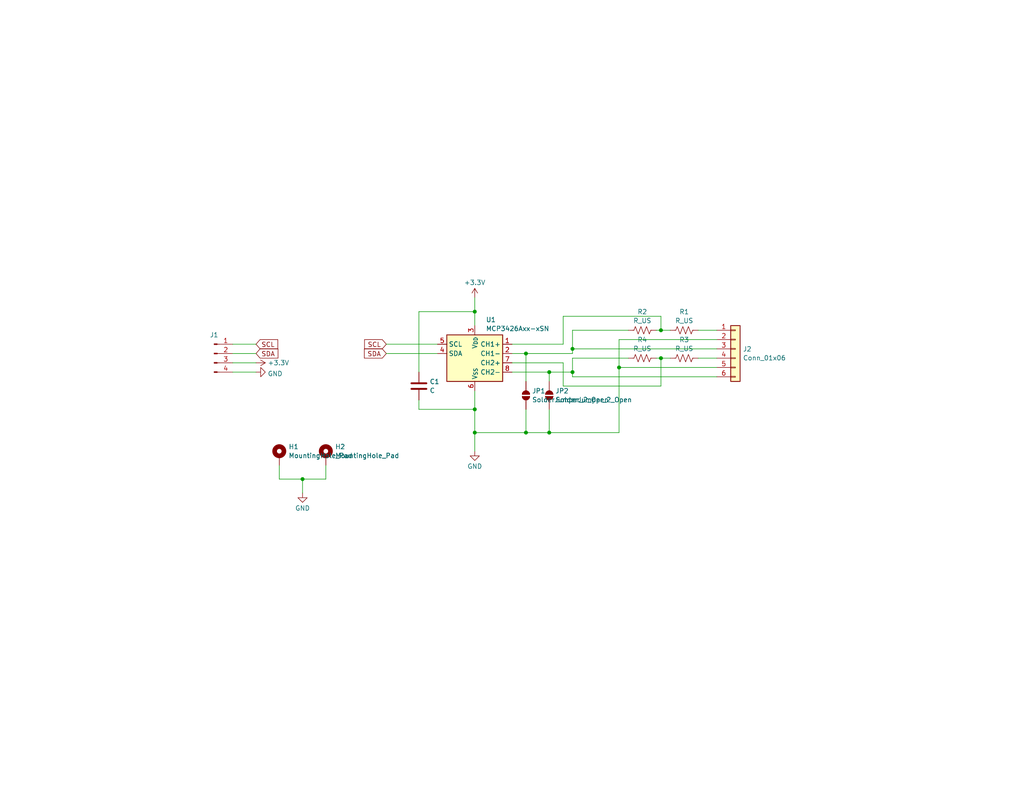
<source format=kicad_sch>
(kicad_sch (version 20231120) (generator "eeschema") (generator_version "8.0")
  (paper "A")
  (title_block (title "MCP4326 Breakout") (date "2024-05-08") (rev "1.0"))
  (lib_symbols
    (symbol "Analog_ADC:MCP3426Axx-xSN"
      (property "Reference" "U" (at -6.35 8.89 0))
      (property "Value" "MCP3426Axx-xSN" (at 1.27 8.89 0))
      (symbol "MCP3426Axx-xSN_0_1"
        (rectangle (start -7.62 7.62) (end 7.62 -5.08) (stroke (width 0.254)) (fill (type background)))
      )
      (symbol "MCP3426Axx-xSN_1_1"
        (pin input line (at -10.16 5.08 0) (length 2.54) (name "CH1+") (number "1"))
        (pin input line (at -10.16 2.54 0) (length 2.54) (name "CH1-") (number "2"))
        (pin power_in line (at 0 10.16 270) (length 2.54) (name "V_{DD}") (number "3"))
        (pin bidirectional line (at 10.16 2.54 180) (length 2.54) (name "SDA") (number "4"))
        (pin input line (at 10.16 5.08 180) (length 2.54) (name "SCL") (number "5"))
        (pin power_in line (at 0 -7.62 90) (length 2.54) (name "V_{SS}") (number "6"))
        (pin input line (at -10.16 0 0) (length 2.54) (name "CH2+") (number "7"))
        (pin input line (at -10.16 -2.54 0) (length 2.54) (name "CH2-") (number "8"))
      )
    )
    (symbol "Connector:Conn_01x04_Male" (pin_names (offset 1.016) hide)
      (property "Reference" "J" (at 0 5.08 0))
      (property "Value" "Conn_01x04_Male" (at 0 -7.62 0))
      (symbol "Conn_01x04_Male_1_1"
        (polyline (pts (xy 1.27 -5.08) (xy 0.8636 -5.08)) (stroke (width 0.1524)))
        (polyline (pts (xy 1.27 -2.54) (xy 0.8636 -2.54)) (stroke (width 0.1524)))
        (polyline (pts (xy 1.27 0) (xy 0.8636 0)) (stroke (width 0.1524)))
        (polyline (pts (xy 1.27 2.54) (xy 0.8636 2.54)) (stroke (width 0.1524)))
        (rectangle (start 0.8636 -4.953) (end 0 -5.207) (stroke (width 0.1524)) (fill (type outline)))
        (rectangle (start 0.8636 -2.413) (end 0 -2.667) (stroke (width 0.1524)) (fill (type outline)))
        (rectangle (start 0.8636 0.127) (end 0 -0.127) (stroke (width 0.1524)) (fill (type outline)))
        (rectangle (start 0.8636 2.667) (end 0 2.413) (stroke (width 0.1524)) (fill (type outline)))
        (pin passive line (at 5.08 2.54 180) (length 3.81) (name "Pin_1") (number "1"))
        (pin passive line (at 5.08 0 180) (length 3.81) (name "Pin_2") (number "2"))
        (pin passive line (at 5.08 -2.54 180) (length 3.81) (name "Pin_3") (number "3"))
        (pin passive line (at 5.08 -5.08 180) (length 3.81) (name "Pin_4") (number "4"))
      )
    )
    (symbol "Connector_Generic:Conn_01x06" (pin_names (offset 1.016) hide)
      (property "Reference" "J" (at 0 7.62 0))
      (property "Value" "Conn_01x06" (at 0 -10.16 0))
      (symbol "Conn_01x06_1_1"
        (rectangle (start -1.27 -7.493) (end 0 -7.747) (stroke (width 0.1524)))
        (rectangle (start -1.27 -4.953) (end 0 -5.207) (stroke (width 0.1524)))
        (rectangle (start -1.27 -2.413) (end 0 -2.667) (stroke (width 0.1524)))
        (rectangle (start -1.27 0.127) (end 0 -0.127) (stroke (width 0.1524)))
        (rectangle (start -1.27 2.667) (end 0 2.413) (stroke (width 0.1524)))
        (rectangle (start -1.27 5.207) (end 0 4.953) (stroke (width 0.1524)))
        (rectangle (start -1.27 6.35) (end 1.27 -8.89) (stroke (width 0.254)) (fill (type background)))
        (pin passive line (at -5.08 5.08 0) (length 3.81) (name "Pin_1") (number "1"))
        (pin passive line (at -5.08 2.54 0) (length 3.81) (name "Pin_2") (number "2"))
        (pin passive line (at -5.08 0 0) (length 3.81) (name "Pin_3") (number "3"))
        (pin passive line (at -5.08 -2.54 0) (length 3.81) (name "Pin_4") (number "4"))
        (pin passive line (at -5.08 -5.08 0) (length 3.81) (name "Pin_5") (number "5"))
        (pin passive line (at -5.08 -7.62 0) (length 3.81) (name "Pin_6") (number "6"))
      )
    )
    (symbol "Device:C" (pin_numbers hide) (pin_names (offset 0.254))
      (property "Reference" "C" (at 0.635 2.54 0))
      (property "Value" "C" (at 0.635 -2.54 0))
      (symbol "C_0_1"
        (polyline (pts (xy -2.032 -0.762) (xy 2.032 -0.762)) (stroke (width 0.508)))
        (polyline (pts (xy -2.032 0.762) (xy 2.032 0.762)) (stroke (width 0.508)))
      )
      (symbol "C_1_1"
        (pin passive line (at 0 3.81 270) (length 2.794) (name "~") (number "1"))
        (pin passive line (at 0 -3.81 90) (length 2.794) (name "~") (number "2"))
      )
    )
    (symbol "Device:R_US" (pin_numbers hide) (pin_names (offset 0))
      (property "Reference" "R" (at 2.54 0 90))
      (property "Value" "R_US" (at -2.54 0 90))
      (symbol "R_US_0_1"
        (polyline (pts (xy 0 -2.286) (xy 0 -2.54)))
        (polyline (pts (xy 0 2.286) (xy 0 2.54)))
        (polyline (pts (xy 0 -0.762) (xy 1.016 -1.143) (xy 0 -1.524) (xy -1.016 -1.905) (xy 0 -2.286)))
        (polyline (pts (xy 0 0.762) (xy 1.016 0.381) (xy 0 0) (xy -1.016 -0.381) (xy 0 -0.762)))
        (polyline (pts (xy 0 2.286) (xy 1.016 1.905) (xy 0 1.524) (xy -1.016 1.143) (xy 0 0.762)))
      )
      (symbol "R_US_1_1"
        (pin passive line (at 0 3.81 270) (length 1.27) (name "~") (number "1"))
        (pin passive line (at 0 -3.81 90) (length 1.27) (name "~") (number "2"))
      )
    )
    (symbol "Jumper:SolderJumper_2_Open" (pin_numbers hide) (pin_names (offset 0) hide) (exclude_from_sim yes) (in_bom no)
      (property "Reference" "JP" (at 0 2.032 0))
      (property "Value" "SolderJumper_2_Open" (at 0 -2.54 0))
      (symbol "SolderJumper_2_Open_0_1"
        (arc (start -0.254 1.016) (mid -1.2656 0) (end -0.254 -1.016))
        (arc (start -0.254 1.016) (mid -1.2656 0) (end -0.254 -1.016) (fill (type outline)))
        (polyline (pts (xy -0.254 1.016) (xy -0.254 -1.016)))
        (polyline (pts (xy 0.254 1.016) (xy 0.254 -1.016)))
        (arc (start 0.254 -1.016) (mid 1.2656 0) (end 0.254 1.016))
        (arc (start 0.254 -1.016) (mid 1.2656 0) (end 0.254 1.016) (fill (type outline)))
      )
      (symbol "SolderJumper_2_Open_1_1"
        (pin passive line (at -3.81 0 0) (length 2.54) (name "A") (number "1"))
        (pin passive line (at 3.81 0 180) (length 2.54) (name "B") (number "2"))
      )
    )
    (symbol "Mechanical:MountingHole_Pad" (pin_numbers hide) (pin_names (offset 1.016) hide) (exclude_from_sim yes) (in_bom no)
      (property "Reference" "H" (at 0 6.35 0))
      (property "Value" "MountingHole_Pad" (at 0 4.445 0))
      (symbol "MountingHole_Pad_0_1"
        (circle (center 0 1.27) (radius 1.27) (stroke (width 1.27)))
      )
      (symbol "MountingHole_Pad_1_1"
        (pin input line (at 0 -2.54 90) (length 2.54) (name "1") (number "1"))
      )
    )
    (symbol "power:+3.3V" (power) (pin_names (offset 0))
      (property "Value" "+3.3V" (at 0 3.556 0))
      (symbol "+3.3V_0_1"
        (polyline (pts (xy -0.762 1.27) (xy 0 2.54)))
        (polyline (pts (xy 0 0) (xy 0 2.54)))
        (polyline (pts (xy 0 2.54) (xy 0.762 1.27)))
      )
      (symbol "+3.3V_1_1"
        (pin power_in line (at 0 0 90) (length 0) hide (name "+3.3V") (number "1"))
      )
    )
    (symbol "power:GND" (power) (pin_names (offset 0))
      (property "Value" "GND" (at 0 -3.81 0))
      (symbol "GND_0_1"
        (polyline (pts (xy 0 0) (xy 0 -1.27) (xy 1.27 -1.27) (xy 0 -2.54) (xy -1.27 -1.27) (xy 0 -1.27)))
      )
      (symbol "GND_1_1"
        (pin power_in line (at 0 0 270) (length 0) hide (name "GND") (number "1"))
      )
    )
  )
  (junction (at 149.86 118.11))
  (junction (at 129.54 118.11))
  (junction (at 82.55 130.81))
  (junction (at 129.54 85.09))
  (junction (at 143.51 96.52))
  (junction (at 129.54 111.76))
  (junction (at 143.51 118.11))
  (junction (at 180.34 97.79))
  (junction (at 180.34 90.17))
  (junction (at 168.91 100.33))
  (junction (at 149.86 101.6))
  (junction (at 156.21 95.25))
  (junction (at 156.21 101.6))
  (wire (pts (xy 63.5 93.98) (xy 69.85 93.98)))
  (wire (pts (xy 153.67 93.98) (xy 153.67 86.36)))
  (wire (pts (xy 156.21 95.25) (xy 156.21 96.52)))
  (wire (pts (xy 179.07 97.79) (xy 180.34 97.79)))
  (wire (pts (xy 63.5 101.6) (xy 69.85 101.6)))
  (wire (pts (xy 114.3 111.76) (xy 129.54 111.76)))
  (wire (pts (xy 149.86 101.6) (xy 149.86 104.14)))
  (wire (pts (xy 195.58 92.71) (xy 168.91 92.71)))
  (wire (pts (xy 139.7 96.52) (xy 143.51 96.52)))
  (wire (pts (xy 129.54 81.28) (xy 129.54 85.09)))
  (wire (pts (xy 129.54 106.68) (xy 129.54 111.76)))
  (wire (pts (xy 180.34 90.17) (xy 182.88 90.17)))
  (wire (pts (xy 129.54 85.09) (xy 129.54 88.9)))
  (wire (pts (xy 168.91 100.33) (xy 195.58 100.33)))
  (wire (pts (xy 153.67 105.41) (xy 180.34 105.41)))
  (wire (pts (xy 149.86 101.6) (xy 139.7 101.6)))
  (wire (pts (xy 114.3 101.6) (xy 114.3 85.09)))
  (wire (pts (xy 149.86 111.76) (xy 149.86 118.11)))
  (wire (pts (xy 139.7 99.06) (xy 153.67 99.06)))
  (wire (pts (xy 156.21 101.6) (xy 149.86 101.6)))
  (wire (pts (xy 195.58 102.87) (xy 156.21 102.87)))
  (wire (pts (xy 139.7 93.98) (xy 153.67 93.98)))
  (wire (pts (xy 63.5 96.52) (xy 69.85 96.52)))
  (wire (pts (xy 119.38 96.52) (xy 105.41 96.52)))
  (wire (pts (xy 156.21 90.17) (xy 156.21 95.25)))
  (wire (pts (xy 156.21 102.87) (xy 156.21 101.6)))
  (wire (pts (xy 119.38 93.98) (xy 105.41 93.98)))
  (wire (pts (xy 168.91 92.71) (xy 168.91 100.33)))
  (wire (pts (xy 179.07 90.17) (xy 180.34 90.17)))
  (wire (pts (xy 114.3 109.22) (xy 114.3 111.76)))
  (wire (pts (xy 190.5 97.79) (xy 195.58 97.79)))
  (wire (pts (xy 114.3 85.09) (xy 129.54 85.09)))
  (wire (pts (xy 153.67 99.06) (xy 153.67 105.41)))
  (wire (pts (xy 76.2 127) (xy 76.2 130.81)))
  (wire (pts (xy 168.91 118.11) (xy 149.86 118.11)))
  (wire (pts (xy 143.51 96.52) (xy 143.51 104.14)))
  (wire (pts (xy 180.34 97.79) (xy 180.34 105.41)))
  (wire (pts (xy 88.9 130.81) (xy 88.9 127)))
  (wire (pts (xy 168.91 100.33) (xy 168.91 118.11)))
  (wire (pts (xy 143.51 118.11) (xy 129.54 118.11)))
  (wire (pts (xy 76.2 130.81) (xy 82.55 130.81)))
  (wire (pts (xy 171.45 90.17) (xy 156.21 90.17)))
  (wire (pts (xy 149.86 118.11) (xy 143.51 118.11)))
  (wire (pts (xy 180.34 97.79) (xy 182.88 97.79)))
  (wire (pts (xy 82.55 130.81) (xy 88.9 130.81)))
  (wire (pts (xy 156.21 95.25) (xy 195.58 95.25)))
  (wire (pts (xy 156.21 97.79) (xy 156.21 101.6)))
  (wire (pts (xy 143.51 111.76) (xy 143.51 118.11)))
  (wire (pts (xy 156.21 97.79) (xy 171.45 97.79)))
  (wire (pts (xy 143.51 96.52) (xy 156.21 96.52)))
  (wire (pts (xy 63.5 99.06) (xy 69.85 99.06)))
  (wire (pts (xy 82.55 130.81) (xy 82.55 134.62)))
  (wire (pts (xy 180.34 86.36) (xy 180.34 90.17)))
  (wire (pts (xy 129.54 118.11) (xy 129.54 123.19)))
  (wire (pts (xy 129.54 118.11) (xy 129.54 111.76)))
  (wire (pts (xy 153.67 86.36) (xy 180.34 86.36)))
  (wire (pts (xy 190.5 90.17) (xy 195.58 90.17)))
  (global_label "SDA" (shape input) (at 69.85 96.52 0) (property "Intersheetrefs" "${INTERSHEET_REFS}" (effects (hide yes))))
  (global_label "SCL" (shape input) (at 105.41 93.98 180) (property "Intersheetrefs" "${INTERSHEET_REFS}" (effects (hide yes))))
  (global_label "SDA" (shape input) (at 105.41 96.52 180) (property "Intersheetrefs" "${INTERSHEET_REFS}" (effects (hide yes))))
  (global_label "SCL" (shape input) (at 69.85 93.98 0) (property "Intersheetrefs" "${INTERSHEET_REFS}" (effects (hide yes))))
  (symbol (lib_id "Mechanical:MountingHole_Pad") (at 76.2 124.46 0) (unit 1) (exclude_from_sim yes) (in_bom no)
    (property "Reference" "H1" (at 78.74 121.9778 0) (effects (justify left)))
    (property "Value" "MountingHole_Pad" (at 78.74 124.4021 0) (effects (justify left)))
    (property "Footprint" "MountingHole:MountingHole_3.2mm_M3_Pad" (effects (hide yes)))
    (property "Description" "Mounting Hole with connection" (effects (hide yes)))
  )
  (symbol (lib_id "power:+3.3V") (at 129.54 81.28 0) (unit 1)
    (property "Reference" "#PWR03" (effects (hide yes)))
    (property "Value" "+3.3V" (at 129.54 77.1469 0))
  )
  (symbol (lib_id "Device:R_US") (at 186.69 90.17 90) (unit 1)
    (property "Reference" "R1" (at 186.69 85.1365 90))
    (property "Value" "R_US" (at 186.69 87.5608 90))
    (property "Footprint" "Resistor_SMD:R_0805_2012Metric_Pad1.20x1.40mm_HandSolder" (effects (hide yes)))
    (property "Description" "Resistor, US symbol" (effects (hide yes)))
  )
  (symbol (lib_id "Device:R_US") (at 175.26 97.79 90) (unit 1)
    (property "Reference" "R4" (at 175.26 92.7565 90))
    (property "Value" "R_US" (at 175.26 95.1808 90))
    (property "Footprint" "Resistor_SMD:R_0805_2012Metric_Pad1.20x1.40mm_HandSolder" (effects (hide yes)))
    (property "Description" "Resistor, US symbol" (effects (hide yes)))
  )
  (symbol (lib_id "Device:R_US") (at 186.69 97.79 90) (unit 1)
    (property "Reference" "R3" (at 186.69 92.7565 90))
    (property "Value" "R_US" (at 186.69 95.1808 90))
    (property "Footprint" "Resistor_SMD:R_0805_2012Metric_Pad1.20x1.40mm_HandSolder" (effects (hide yes)))
    (property "Description" "Resistor, US symbol" (effects (hide yes)))
  )
  (symbol (lib_id "power:GND") (at 129.54 123.19 0) (unit 1)
    (property "Reference" "#PWR04" (effects (hide yes)))
    (property "Value" "GND" (at 129.54 127.3231 0))
  )
  (symbol (lib_id "Mechanical:MountingHole_Pad") (at 88.9 124.46 0) (unit 1) (exclude_from_sim yes) (in_bom no)
    (property "Reference" "H2" (at 91.44 121.9778 0) (effects (justify left)))
    (property "Value" "MountingHole_Pad" (at 91.44 124.4021 0) (effects (justify left)))
    (property "Footprint" "MountingHole:MountingHole_3.2mm_M3_Pad" (effects (hide yes)))
    (property "Description" "Mounting Hole with connection" (effects (hide yes)))
  )
  (symbol (lib_id "power:GND") (at 69.85 101.6 90) (unit 1)
    (property "Reference" "#PWR02" (effects (hide yes)))
    (property "Value" "GND" (at 73.025 102.0338 90) (effects (justify right)))
  )
  (symbol (lib_id "power:GND") (at 82.55 134.62 0) (unit 1)
    (property "Reference" "#PWR05" (effects (hide yes)))
    (property "Value" "GND" (at 82.55 138.7531 0))
  )
  (symbol (lib_id "Device:R_US") (at 175.26 90.17 90) (unit 1)
    (property "Reference" "R2" (at 175.26 85.1365 90))
    (property "Value" "R_US" (at 175.26 87.5608 90))
    (property "Footprint" "Resistor_SMD:R_0805_2012Metric_Pad1.20x1.40mm_HandSolder" (effects (hide yes)))
    (property "Description" "Resistor, US symbol" (effects (hide yes)))
  )
  (symbol (lib_id "Jumper:SolderJumper_2_Open") (at 143.51 107.95 90) (unit 1) (exclude_from_sim yes) (in_bom no)
    (property "Reference" "JP1" (at 145.161 106.7378 90) (effects (justify right)))
    (property "Value" "SolderJumper_2_Open" (at 145.161 109.1621 90) (effects (justify right)))
    (property "Footprint" "Jumper:SolderJumper-2_P1.3mm_Open_RoundedPad1.0x1.5mm" (effects (hide yes)))
    (property "Description" "Solder Jumper, 2-pole, open" (effects (hide yes)))
  )
  (symbol (lib_id "power:+3.3V") (at 69.85 99.06 270) (unit 1)
    (property "Reference" "#PWR01" (effects (hide yes)))
    (property "Value" "+3.3V" (at 73.025 99.06 90) (effects (justify left)))
  )
  (symbol (lib_id "Connector_Generic:Conn_01x06") (at 200.66 95.25 0) (unit 1)
    (property "Reference" "J2" (at 202.692 95.3078 0) (effects (justify left)))
    (property "Value" "Conn_01x06" (at 202.692 97.7321 0) (effects (justify left)))
    (property "Footprint" "TerminalBlock_TE-Connectivity:TerminalBlock_TE_282834-6_1x06_P2.54mm_Horizontal" (effects (hide yes)))
    (property "Description" "Generic connector, single row, 01x06, script generated (kicad-library-utils/schlib/autogen/connector/)" (effects (hide yes)))
  )
  (symbol (lib_id "Analog_ADC:MCP3426Axx-xSN") (at 129.54 99.06 0) (mirror y) (unit 1)
    (property "Reference" "U1" (at 132.5565 87.2955 0) (effects (justify right)))
    (property "Value" "MCP3426Axx-xSN" (at 132.5565 89.7198 0) (effects (justify right)))
    (property "Footprint" "Package_SO:SOIC-8_3.9x4.9mm_P1.27mm" (effects (hide yes)))
    (property "Datasheet" "http://ww1.microchip.com/downloads/en/DeviceDoc/22226a.pdf" (effects (hide yes)))
    (property "Description" "16-Bit, Multi-Channel ΔΣ Analog-to-Digital Converter with I2C Interface and On-Board Reference, SOIC-8" (effects (hide yes)))
  )
  (symbol (lib_id "Jumper:SolderJumper_2_Open") (at 149.86 107.95 90) (unit 1) (exclude_from_sim yes) (in_bom no)
    (property "Reference" "JP2" (at 151.511 106.7378 90) (effects (justify right)))
    (property "Value" "SolderJumper_2_Open" (at 151.511 109.1621 90) (effects (justify right)))
    (property "Footprint" "Jumper:SolderJumper-2_P1.3mm_Open_RoundedPad1.0x1.5mm" (effects (hide yes)))
    (property "Description" "Solder Jumper, 2-pole, open" (effects (hide yes)))
  )
  (symbol (lib_id "Device:C") (at 114.3 105.41 0) (unit 1)
    (property "Reference" "C1" (at 117.221 104.1978 0) (effects (justify left)))
    (property "Value" "C" (at 117.221 106.6221 0) (effects (justify left)))
    (property "Footprint" "Capacitor_SMD:C_1210_3225Metric_Pad1.33x2.70mm_HandSolder" (effects (hide yes)))
    (property "Description" "Unpolarized capacitor" (effects (hide yes)))
  )
  (symbol (lib_id "Connector:Conn_01x04_Male") (at 58.42 96.52 0) (unit 1)
    (property "Reference" "J1" (at 58.42 91.44 0))
    (property "Value" "Conn_01x04_Male" (effects (hide yes)))
    (property "Footprint" "Connector_JST:JST_PH_B4B-PH-K_1x04_P2.00mm_Vertical" (effects (hide yes)))
  )
)
</source>
